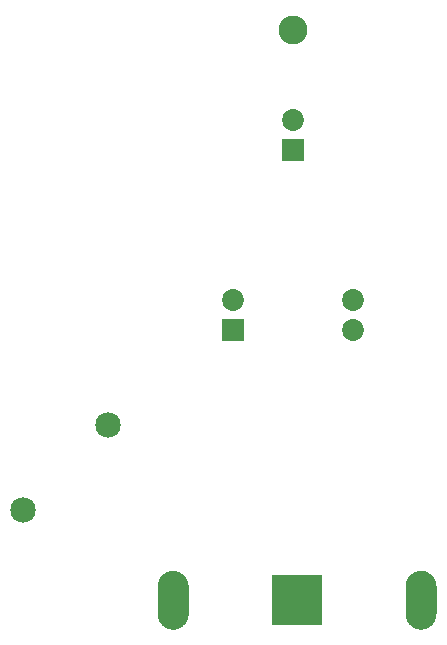
<source format=gbs>
G04 MADE WITH FRITZING*
G04 WWW.FRITZING.ORG*
G04 DOUBLE SIDED*
G04 HOLES PLATED*
G04 CONTOUR ON CENTER OF CONTOUR VECTOR*
%ASAXBY*%
%FSLAX23Y23*%
%MOIN*%
%OFA0B0*%
%SFA1.0B1.0*%
%ADD10C,0.072992*%
%ADD11C,0.085000*%
%ADD12C,0.103000*%
%ADD13C,0.096614*%
%ADD14R,0.072992X0.072992*%
%ADD15R,0.170000X0.170000*%
%ADD16C,0.025748*%
%ADD17R,0.001000X0.001000*%
%LNMASK0*%
G90*
G70*
G54D10*
X1461Y1540D03*
X1461Y1639D03*
X1859Y1540D03*
X1861Y1639D03*
X1661Y2140D03*
X1661Y2239D03*
G54D11*
X761Y939D03*
X1044Y1222D03*
G54D12*
X1261Y639D03*
X2087Y639D03*
X1261Y639D03*
X2087Y639D03*
X1261Y639D03*
X2087Y639D03*
G54D13*
X1661Y2540D03*
G54D14*
X1461Y1540D03*
X1661Y2140D03*
G54D15*
X1674Y639D03*
G54D16*
G36*
X1883Y1564D02*
X1882Y1516D01*
X1835Y1517D01*
X1836Y1564D01*
X1883Y1564D01*
G37*
D02*
G54D17*
X1256Y737D02*
X1264Y737D01*
X2083Y737D02*
X2090Y737D01*
X1250Y736D02*
X1270Y736D01*
X2076Y736D02*
X2097Y736D01*
X1246Y735D02*
X1274Y735D01*
X2072Y735D02*
X2101Y735D01*
X1243Y734D02*
X1277Y734D01*
X2069Y734D02*
X2104Y734D01*
X1240Y733D02*
X1280Y733D01*
X2067Y733D02*
X2106Y733D01*
X1238Y732D02*
X1282Y732D01*
X2065Y732D02*
X2108Y732D01*
X1236Y731D02*
X1284Y731D01*
X2063Y731D02*
X2110Y731D01*
X1234Y730D02*
X1286Y730D01*
X2061Y730D02*
X2112Y730D01*
X1233Y729D02*
X1287Y729D01*
X2059Y729D02*
X2114Y729D01*
X1231Y728D02*
X1289Y728D01*
X2058Y728D02*
X2115Y728D01*
X1230Y727D02*
X1290Y727D01*
X2056Y727D02*
X2117Y727D01*
X1228Y726D02*
X1291Y726D01*
X2055Y726D02*
X2118Y726D01*
X1227Y725D02*
X1293Y725D01*
X2054Y725D02*
X2119Y725D01*
X1226Y724D02*
X1294Y724D01*
X2053Y724D02*
X2120Y724D01*
X1225Y723D02*
X1295Y723D01*
X2052Y723D02*
X2122Y723D01*
X1224Y722D02*
X1296Y722D01*
X2050Y722D02*
X2123Y722D01*
X1223Y721D02*
X1297Y721D01*
X2050Y721D02*
X2123Y721D01*
X1222Y720D02*
X1298Y720D01*
X2049Y720D02*
X2124Y720D01*
X1221Y719D02*
X1299Y719D01*
X2048Y719D02*
X2125Y719D01*
X1220Y718D02*
X1300Y718D01*
X2047Y718D02*
X2126Y718D01*
X1220Y717D02*
X1300Y717D01*
X2046Y717D02*
X2127Y717D01*
X1219Y716D02*
X1301Y716D01*
X2045Y716D02*
X2128Y716D01*
X1218Y715D02*
X1302Y715D01*
X2045Y715D02*
X2128Y715D01*
X1217Y714D02*
X1302Y714D01*
X2044Y714D02*
X2129Y714D01*
X1217Y713D02*
X1303Y713D01*
X2043Y713D02*
X2130Y713D01*
X1216Y712D02*
X1304Y712D01*
X2043Y712D02*
X2130Y712D01*
X1216Y711D02*
X1304Y711D01*
X2042Y711D02*
X2131Y711D01*
X1215Y710D02*
X1305Y710D01*
X2042Y710D02*
X2131Y710D01*
X1215Y709D02*
X1305Y709D01*
X2041Y709D02*
X2132Y709D01*
X1214Y708D02*
X1306Y708D01*
X2041Y708D02*
X2132Y708D01*
X1214Y707D02*
X1306Y707D01*
X2040Y707D02*
X2133Y707D01*
X1213Y706D02*
X1307Y706D01*
X2040Y706D02*
X2133Y706D01*
X1213Y705D02*
X1307Y705D01*
X2039Y705D02*
X2134Y705D01*
X1212Y704D02*
X1307Y704D01*
X2039Y704D02*
X2134Y704D01*
X1212Y703D02*
X1308Y703D01*
X2039Y703D02*
X2134Y703D01*
X1212Y702D02*
X1308Y702D01*
X2038Y702D02*
X2135Y702D01*
X1211Y701D02*
X1309Y701D01*
X2038Y701D02*
X2135Y701D01*
X1211Y700D02*
X1309Y700D01*
X2038Y700D02*
X2135Y700D01*
X1211Y699D02*
X1309Y699D01*
X2037Y699D02*
X2136Y699D01*
X1211Y698D02*
X1309Y698D01*
X2037Y698D02*
X2136Y698D01*
X1210Y697D02*
X1310Y697D01*
X2037Y697D02*
X2136Y697D01*
X1210Y696D02*
X1310Y696D01*
X2037Y696D02*
X2136Y696D01*
X1210Y695D02*
X1310Y695D01*
X2036Y695D02*
X2137Y695D01*
X1210Y694D02*
X1310Y694D01*
X2036Y694D02*
X2137Y694D01*
X1210Y693D02*
X1310Y693D01*
X2036Y693D02*
X2137Y693D01*
X1209Y692D02*
X1310Y692D01*
X2036Y692D02*
X2137Y692D01*
X1209Y691D02*
X1311Y691D01*
X2036Y691D02*
X2137Y691D01*
X1209Y690D02*
X1311Y690D01*
X2036Y690D02*
X2137Y690D01*
X1209Y689D02*
X1311Y689D01*
X2036Y689D02*
X2137Y689D01*
X1209Y688D02*
X1311Y688D01*
X2036Y688D02*
X2137Y688D01*
X1209Y687D02*
X1311Y687D01*
X2036Y687D02*
X2137Y687D01*
X1209Y686D02*
X1311Y686D01*
X2036Y686D02*
X2137Y686D01*
X1209Y685D02*
X1311Y685D01*
X2036Y685D02*
X2138Y685D01*
X1209Y684D02*
X1311Y684D01*
X2036Y684D02*
X2138Y684D01*
X1209Y683D02*
X1311Y683D01*
X2036Y683D02*
X2138Y683D01*
X1209Y682D02*
X1311Y682D01*
X2036Y682D02*
X2138Y682D01*
X1209Y681D02*
X1311Y681D01*
X2036Y681D02*
X2138Y681D01*
X1209Y680D02*
X1311Y680D01*
X2036Y680D02*
X2138Y680D01*
X1209Y679D02*
X1311Y679D01*
X2036Y679D02*
X2138Y679D01*
X1209Y678D02*
X1311Y678D01*
X2036Y678D02*
X2138Y678D01*
X1209Y677D02*
X1311Y677D01*
X2036Y677D02*
X2138Y677D01*
X1209Y676D02*
X1311Y676D01*
X2036Y676D02*
X2138Y676D01*
X1209Y675D02*
X1311Y675D01*
X2036Y675D02*
X2138Y675D01*
X1209Y674D02*
X1311Y674D01*
X2036Y674D02*
X2138Y674D01*
X1209Y673D02*
X1311Y673D01*
X2036Y673D02*
X2138Y673D01*
X1209Y672D02*
X1311Y672D01*
X2036Y672D02*
X2138Y672D01*
X1209Y671D02*
X1311Y671D01*
X2036Y671D02*
X2138Y671D01*
X1209Y670D02*
X1252Y670D01*
X1267Y670D02*
X1311Y670D01*
X2036Y670D02*
X2079Y670D01*
X2094Y670D02*
X2138Y670D01*
X1209Y669D02*
X1249Y669D01*
X1271Y669D02*
X1311Y669D01*
X2036Y669D02*
X2076Y669D01*
X2098Y669D02*
X2138Y669D01*
X1209Y668D02*
X1246Y668D01*
X1273Y668D02*
X1311Y668D01*
X2036Y668D02*
X2073Y668D01*
X2100Y668D02*
X2138Y668D01*
X1209Y667D02*
X1244Y667D01*
X1275Y667D02*
X1311Y667D01*
X2036Y667D02*
X2071Y667D01*
X2102Y667D02*
X2138Y667D01*
X1209Y666D02*
X1243Y666D01*
X1277Y666D02*
X1311Y666D01*
X2036Y666D02*
X2069Y666D01*
X2104Y666D02*
X2138Y666D01*
X1209Y665D02*
X1241Y665D01*
X1279Y665D02*
X1311Y665D01*
X2036Y665D02*
X2068Y665D01*
X2105Y665D02*
X2138Y665D01*
X1209Y664D02*
X1240Y664D01*
X1280Y664D02*
X1311Y664D01*
X2036Y664D02*
X2067Y664D01*
X2107Y664D02*
X2138Y664D01*
X1209Y663D02*
X1239Y663D01*
X1281Y663D02*
X1311Y663D01*
X2036Y663D02*
X2065Y663D01*
X2108Y663D02*
X2138Y663D01*
X1209Y662D02*
X1238Y662D01*
X1282Y662D02*
X1311Y662D01*
X2036Y662D02*
X2064Y662D01*
X2109Y662D02*
X2138Y662D01*
X1209Y661D02*
X1237Y661D01*
X1283Y661D02*
X1311Y661D01*
X2036Y661D02*
X2063Y661D01*
X2110Y661D02*
X2138Y661D01*
X1209Y660D02*
X1236Y660D01*
X1284Y660D02*
X1311Y660D01*
X2036Y660D02*
X2062Y660D01*
X2111Y660D02*
X2138Y660D01*
X1209Y659D02*
X1235Y659D01*
X1285Y659D02*
X1311Y659D01*
X2036Y659D02*
X2061Y659D01*
X2112Y659D02*
X2138Y659D01*
X1209Y658D02*
X1234Y658D01*
X1286Y658D02*
X1311Y658D01*
X2036Y658D02*
X2061Y658D01*
X2112Y658D02*
X2138Y658D01*
X1209Y657D02*
X1233Y657D01*
X1286Y657D02*
X1311Y657D01*
X2036Y657D02*
X2060Y657D01*
X2113Y657D02*
X2138Y657D01*
X1209Y656D02*
X1233Y656D01*
X1287Y656D02*
X1311Y656D01*
X2036Y656D02*
X2059Y656D01*
X2114Y656D02*
X2138Y656D01*
X1209Y655D02*
X1232Y655D01*
X1288Y655D02*
X1311Y655D01*
X2036Y655D02*
X2059Y655D01*
X2114Y655D02*
X2138Y655D01*
X1209Y654D02*
X1232Y654D01*
X1288Y654D02*
X1311Y654D01*
X2036Y654D02*
X2058Y654D01*
X2115Y654D02*
X2138Y654D01*
X1209Y653D02*
X1231Y653D01*
X1289Y653D02*
X1311Y653D01*
X2036Y653D02*
X2058Y653D01*
X2115Y653D02*
X2138Y653D01*
X1209Y652D02*
X1231Y652D01*
X1289Y652D02*
X1311Y652D01*
X2036Y652D02*
X2057Y652D01*
X2116Y652D02*
X2138Y652D01*
X1209Y651D02*
X1230Y651D01*
X1290Y651D02*
X1311Y651D01*
X2036Y651D02*
X2057Y651D01*
X2116Y651D02*
X2138Y651D01*
X1209Y650D02*
X1230Y650D01*
X1290Y650D02*
X1311Y650D01*
X2036Y650D02*
X2056Y650D01*
X2117Y650D02*
X2138Y650D01*
X1209Y649D02*
X1229Y649D01*
X1290Y649D02*
X1311Y649D01*
X2036Y649D02*
X2056Y649D01*
X2117Y649D02*
X2138Y649D01*
X1209Y648D02*
X1229Y648D01*
X1291Y648D02*
X1311Y648D01*
X2036Y648D02*
X2056Y648D01*
X2117Y648D02*
X2138Y648D01*
X1209Y647D02*
X1229Y647D01*
X1291Y647D02*
X1311Y647D01*
X2036Y647D02*
X2055Y647D01*
X2118Y647D02*
X2138Y647D01*
X1209Y646D02*
X1229Y646D01*
X1291Y646D02*
X1311Y646D01*
X2036Y646D02*
X2055Y646D01*
X2118Y646D02*
X2138Y646D01*
X1209Y645D02*
X1228Y645D01*
X1291Y645D02*
X1311Y645D01*
X2036Y645D02*
X2055Y645D01*
X2118Y645D02*
X2138Y645D01*
X1209Y644D02*
X1228Y644D01*
X1292Y644D02*
X1311Y644D01*
X2036Y644D02*
X2055Y644D01*
X2118Y644D02*
X2138Y644D01*
X1209Y643D02*
X1228Y643D01*
X1292Y643D02*
X1311Y643D01*
X2036Y643D02*
X2055Y643D01*
X2118Y643D02*
X2138Y643D01*
X1209Y642D02*
X1228Y642D01*
X1292Y642D02*
X1311Y642D01*
X2036Y642D02*
X2055Y642D01*
X2118Y642D02*
X2138Y642D01*
X1209Y641D02*
X1228Y641D01*
X1292Y641D02*
X1311Y641D01*
X2036Y641D02*
X2055Y641D01*
X2118Y641D02*
X2138Y641D01*
X1209Y640D02*
X1228Y640D01*
X1292Y640D02*
X1311Y640D01*
X2036Y640D02*
X2055Y640D01*
X2118Y640D02*
X2138Y640D01*
X1209Y639D02*
X1228Y639D01*
X1292Y639D02*
X1311Y639D01*
X2036Y639D02*
X2055Y639D01*
X2119Y639D02*
X2138Y639D01*
X1209Y638D02*
X1228Y638D01*
X1292Y638D02*
X1311Y638D01*
X2036Y638D02*
X2055Y638D01*
X2118Y638D02*
X2138Y638D01*
X1209Y637D02*
X1228Y637D01*
X1292Y637D02*
X1311Y637D01*
X2036Y637D02*
X2055Y637D01*
X2118Y637D02*
X2138Y637D01*
X1209Y636D02*
X1228Y636D01*
X1292Y636D02*
X1311Y636D01*
X2036Y636D02*
X2055Y636D01*
X2118Y636D02*
X2138Y636D01*
X1209Y635D02*
X1228Y635D01*
X1292Y635D02*
X1311Y635D01*
X2036Y635D02*
X2055Y635D01*
X2118Y635D02*
X2138Y635D01*
X1209Y634D02*
X1228Y634D01*
X1291Y634D02*
X1311Y634D01*
X2036Y634D02*
X2055Y634D01*
X2118Y634D02*
X2138Y634D01*
X1209Y633D02*
X1229Y633D01*
X1291Y633D02*
X1311Y633D01*
X2036Y633D02*
X2055Y633D01*
X2118Y633D02*
X2138Y633D01*
X1209Y632D02*
X1229Y632D01*
X1291Y632D02*
X1311Y632D01*
X2036Y632D02*
X2055Y632D01*
X2118Y632D02*
X2138Y632D01*
X1209Y631D02*
X1229Y631D01*
X1291Y631D02*
X1311Y631D01*
X2036Y631D02*
X2056Y631D01*
X2117Y631D02*
X2138Y631D01*
X1209Y630D02*
X1229Y630D01*
X1291Y630D02*
X1311Y630D01*
X2036Y630D02*
X2056Y630D01*
X2117Y630D02*
X2138Y630D01*
X1209Y629D02*
X1230Y629D01*
X1290Y629D02*
X1311Y629D01*
X2036Y629D02*
X2056Y629D01*
X2117Y629D02*
X2138Y629D01*
X1209Y628D02*
X1230Y628D01*
X1290Y628D02*
X1311Y628D01*
X2036Y628D02*
X2057Y628D01*
X2117Y628D02*
X2138Y628D01*
X1209Y627D02*
X1230Y627D01*
X1290Y627D02*
X1311Y627D01*
X2036Y627D02*
X2057Y627D01*
X2116Y627D02*
X2138Y627D01*
X1209Y626D02*
X1231Y626D01*
X1289Y626D02*
X1311Y626D01*
X2036Y626D02*
X2057Y626D01*
X2116Y626D02*
X2138Y626D01*
X1209Y625D02*
X1231Y625D01*
X1289Y625D02*
X1311Y625D01*
X2036Y625D02*
X2058Y625D01*
X2115Y625D02*
X2138Y625D01*
X1209Y624D02*
X1232Y624D01*
X1288Y624D02*
X1311Y624D01*
X2036Y624D02*
X2058Y624D01*
X2115Y624D02*
X2138Y624D01*
X1209Y623D02*
X1232Y623D01*
X1287Y623D02*
X1311Y623D01*
X2036Y623D02*
X2059Y623D01*
X2114Y623D02*
X2138Y623D01*
X1209Y622D02*
X1233Y622D01*
X1287Y622D02*
X1311Y622D01*
X2036Y622D02*
X2060Y622D01*
X2113Y622D02*
X2138Y622D01*
X1209Y621D02*
X1234Y621D01*
X1286Y621D02*
X1311Y621D01*
X2036Y621D02*
X2060Y621D01*
X2113Y621D02*
X2138Y621D01*
X1209Y620D02*
X1234Y620D01*
X1285Y620D02*
X1311Y620D01*
X2036Y620D02*
X2061Y620D01*
X2112Y620D02*
X2138Y620D01*
X1209Y619D02*
X1235Y619D01*
X1285Y619D02*
X1311Y619D01*
X2036Y619D02*
X2062Y619D01*
X2111Y619D02*
X2138Y619D01*
X1209Y618D02*
X1236Y618D01*
X1284Y618D02*
X1311Y618D01*
X2036Y618D02*
X2063Y618D01*
X2110Y618D02*
X2138Y618D01*
X1209Y617D02*
X1237Y617D01*
X1283Y617D02*
X1311Y617D01*
X2036Y617D02*
X2064Y617D01*
X2109Y617D02*
X2138Y617D01*
X1209Y616D02*
X1238Y616D01*
X1282Y616D02*
X1311Y616D01*
X2036Y616D02*
X2065Y616D01*
X2108Y616D02*
X2138Y616D01*
X1209Y615D02*
X1239Y615D01*
X1281Y615D02*
X1311Y615D01*
X2036Y615D02*
X2066Y615D01*
X2107Y615D02*
X2138Y615D01*
X1209Y614D02*
X1241Y614D01*
X1279Y614D02*
X1311Y614D01*
X2036Y614D02*
X2067Y614D01*
X2106Y614D02*
X2138Y614D01*
X1209Y613D02*
X1242Y613D01*
X1278Y613D02*
X1311Y613D01*
X2036Y613D02*
X2069Y613D01*
X2105Y613D02*
X2138Y613D01*
X1209Y612D02*
X1244Y612D01*
X1276Y612D02*
X1311Y612D01*
X2036Y612D02*
X2070Y612D01*
X2103Y612D02*
X2138Y612D01*
X1209Y611D02*
X1245Y611D01*
X1274Y611D02*
X1311Y611D01*
X2036Y611D02*
X2072Y611D01*
X2101Y611D02*
X2138Y611D01*
X1209Y610D02*
X1247Y610D01*
X1272Y610D02*
X1311Y610D01*
X2036Y610D02*
X2074Y610D01*
X2099Y610D02*
X2138Y610D01*
X1209Y609D02*
X1250Y609D01*
X1269Y609D02*
X1311Y609D01*
X2036Y609D02*
X2077Y609D01*
X2096Y609D02*
X2138Y609D01*
X1209Y608D02*
X1255Y608D01*
X1264Y608D02*
X1311Y608D01*
X2036Y608D02*
X2082Y608D01*
X2091Y608D02*
X2138Y608D01*
X1209Y607D02*
X1311Y607D01*
X2036Y607D02*
X2138Y607D01*
X1209Y606D02*
X1311Y606D01*
X2036Y606D02*
X2138Y606D01*
X1209Y605D02*
X1311Y605D01*
X2036Y605D02*
X2138Y605D01*
X1209Y604D02*
X1311Y604D01*
X2036Y604D02*
X2138Y604D01*
X1209Y603D02*
X1311Y603D01*
X2036Y603D02*
X2138Y603D01*
X1209Y602D02*
X1311Y602D01*
X2036Y602D02*
X2138Y602D01*
X1209Y601D02*
X1311Y601D01*
X2036Y601D02*
X2138Y601D01*
X1209Y600D02*
X1311Y600D01*
X2036Y600D02*
X2138Y600D01*
X1209Y599D02*
X1311Y599D01*
X2036Y599D02*
X2138Y599D01*
X1209Y598D02*
X1311Y598D01*
X2036Y598D02*
X2138Y598D01*
X1209Y597D02*
X1311Y597D01*
X2036Y597D02*
X2138Y597D01*
X1209Y596D02*
X1311Y596D01*
X2036Y596D02*
X2138Y596D01*
X1209Y595D02*
X1311Y595D01*
X2036Y595D02*
X2138Y595D01*
X1209Y594D02*
X1311Y594D01*
X2036Y594D02*
X2138Y594D01*
X1209Y593D02*
X1311Y593D01*
X2036Y593D02*
X2138Y593D01*
X1209Y592D02*
X1311Y592D01*
X2036Y592D02*
X2137Y592D01*
X1209Y591D02*
X1311Y591D01*
X2036Y591D02*
X2137Y591D01*
X1209Y590D02*
X1311Y590D01*
X2036Y590D02*
X2137Y590D01*
X1209Y589D02*
X1311Y589D01*
X2036Y589D02*
X2137Y589D01*
X1209Y588D02*
X1311Y588D01*
X2036Y588D02*
X2137Y588D01*
X1209Y587D02*
X1311Y587D01*
X2036Y587D02*
X2137Y587D01*
X1209Y586D02*
X1310Y586D01*
X2036Y586D02*
X2137Y586D01*
X1210Y585D02*
X1310Y585D01*
X2036Y585D02*
X2137Y585D01*
X1210Y584D02*
X1310Y584D01*
X2036Y584D02*
X2137Y584D01*
X1210Y583D02*
X1310Y583D01*
X2037Y583D02*
X2137Y583D01*
X1210Y582D02*
X1310Y582D01*
X2037Y582D02*
X2136Y582D01*
X1210Y581D02*
X1309Y581D01*
X2037Y581D02*
X2136Y581D01*
X1211Y580D02*
X1309Y580D01*
X2037Y580D02*
X2136Y580D01*
X1211Y579D02*
X1309Y579D01*
X2038Y579D02*
X2136Y579D01*
X1211Y578D02*
X1309Y578D01*
X2038Y578D02*
X2135Y578D01*
X1211Y577D02*
X1308Y577D01*
X2038Y577D02*
X2135Y577D01*
X1212Y576D02*
X1308Y576D01*
X2038Y576D02*
X2135Y576D01*
X1212Y575D02*
X1308Y575D01*
X2039Y575D02*
X2134Y575D01*
X1213Y574D02*
X1307Y574D01*
X2039Y574D02*
X2134Y574D01*
X1213Y573D02*
X1307Y573D01*
X2040Y573D02*
X2133Y573D01*
X1213Y572D02*
X1306Y572D01*
X2040Y572D02*
X2133Y572D01*
X1214Y571D02*
X1306Y571D01*
X2041Y571D02*
X2133Y571D01*
X1214Y570D02*
X1305Y570D01*
X2041Y570D02*
X2132Y570D01*
X1215Y569D02*
X1305Y569D01*
X2041Y569D02*
X2132Y569D01*
X1215Y568D02*
X1304Y568D01*
X2042Y568D02*
X2131Y568D01*
X1216Y567D02*
X1304Y567D01*
X2043Y567D02*
X2130Y567D01*
X1217Y566D02*
X1303Y566D01*
X2043Y566D02*
X2130Y566D01*
X1217Y565D02*
X1303Y565D01*
X2044Y565D02*
X2129Y565D01*
X1218Y564D02*
X1302Y564D01*
X2044Y564D02*
X2129Y564D01*
X1218Y563D02*
X1301Y563D01*
X2045Y563D02*
X2128Y563D01*
X1219Y562D02*
X1301Y562D01*
X2046Y562D02*
X2127Y562D01*
X1220Y561D02*
X1300Y561D01*
X2047Y561D02*
X2126Y561D01*
X1221Y560D02*
X1299Y560D01*
X2047Y560D02*
X2126Y560D01*
X1222Y559D02*
X1298Y559D01*
X2048Y559D02*
X2125Y559D01*
X1223Y558D02*
X1297Y558D01*
X2049Y558D02*
X2124Y558D01*
X1223Y557D02*
X1296Y557D01*
X2050Y557D02*
X2123Y557D01*
X1224Y556D02*
X1295Y556D01*
X2051Y556D02*
X2122Y556D01*
X1225Y555D02*
X1294Y555D01*
X2052Y555D02*
X2121Y555D01*
X1227Y554D02*
X1293Y554D01*
X2053Y554D02*
X2120Y554D01*
X1228Y553D02*
X1292Y553D01*
X2054Y553D02*
X2119Y553D01*
X1229Y552D02*
X1291Y552D01*
X2056Y552D02*
X2117Y552D01*
X1230Y551D02*
X1289Y551D01*
X2057Y551D02*
X2116Y551D01*
X1232Y550D02*
X1288Y550D01*
X2058Y550D02*
X2115Y550D01*
X1233Y549D02*
X1286Y549D01*
X2060Y549D02*
X2113Y549D01*
X1235Y548D02*
X1285Y548D01*
X2062Y548D02*
X2111Y548D01*
X1237Y547D02*
X1283Y547D01*
X2064Y547D02*
X2109Y547D01*
X1239Y546D02*
X1281Y546D01*
X2066Y546D02*
X2107Y546D01*
X1241Y545D02*
X1278Y545D01*
X2068Y545D02*
X2105Y545D01*
X1244Y544D02*
X1276Y544D01*
X2071Y544D02*
X2102Y544D01*
X1248Y543D02*
X1272Y543D01*
X2074Y543D02*
X2099Y543D01*
X1252Y542D02*
X1268Y542D01*
X2079Y542D02*
X2094Y542D01*
D02*
G04 End of Mask0*
M02*
</source>
